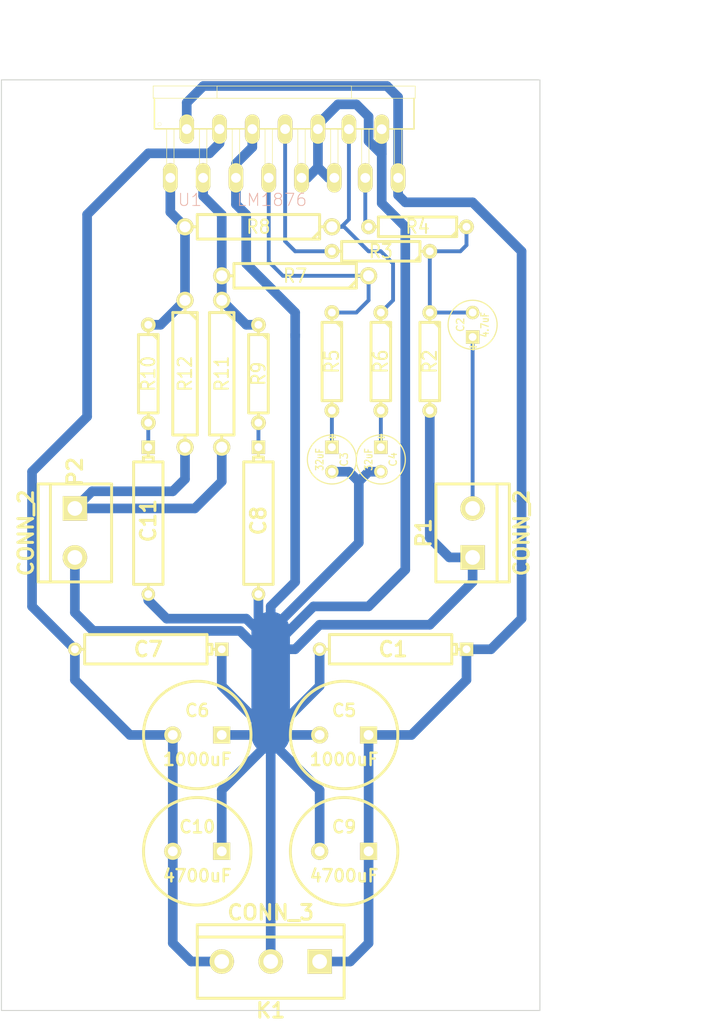
<source format=kicad_pcb>
(kicad_pcb (version 3) (host pcbnew "(2013-07-07 BZR 4022)-stable")

  (general
    (links 50)
    (no_connects 0)
    (area 179.0256 25.535 240.7094 118.5735)
    (thickness 1.6)
    (drawings 6)
    (tracks 156)
    (zones 0)
    (modules 26)
    (nets 17)
  )

  (page A3)
  (layers
    (15 F.Cu signal)
    (0 B.Cu signal)
    (16 B.Adhes user)
    (17 F.Adhes user)
    (18 B.Paste user)
    (19 F.Paste user)
    (20 B.SilkS user)
    (21 F.SilkS user)
    (22 B.Mask user)
    (23 F.Mask user)
    (24 Dwgs.User user)
    (25 Cmts.User user)
    (26 Eco1.User user)
    (27 Eco2.User user)
    (28 Edge.Cuts user)
  )

  (setup
    (last_trace_width 0.4)
    (user_trace_width 4)
    (trace_clearance 0.4)
    (zone_clearance 0.508)
    (zone_45_only no)
    (trace_min 0.254)
    (segment_width 0.2)
    (edge_width 0.1)
    (via_size 0.889)
    (via_drill 0.635)
    (via_min_size 0.889)
    (via_min_drill 0.508)
    (uvia_size 0.508)
    (uvia_drill 0.127)
    (uvias_allowed no)
    (uvia_min_size 0.508)
    (uvia_min_drill 0.127)
    (pcb_text_width 0.3)
    (pcb_text_size 1.5 1.5)
    (mod_edge_width 0.15)
    (mod_text_size 1 1)
    (mod_text_width 0.15)
    (pad_size 4.064 4.064)
    (pad_drill 3.048)
    (pad_to_mask_clearance 0)
    (aux_axis_origin 0 0)
    (visible_elements 7FFFFFFF)
    (pcbplotparams
      (layerselection 3178497)
      (usegerberextensions true)
      (excludeedgelayer true)
      (linewidth 0.150000)
      (plotframeref false)
      (viasonmask false)
      (mode 1)
      (useauxorigin false)
      (hpglpennumber 1)
      (hpglpenspeed 20)
      (hpglpendiameter 15)
      (hpglpenoverlay 2)
      (psnegative false)
      (psa4output false)
      (plotreference true)
      (plotvalue true)
      (plotothertext true)
      (plotinvisibletext false)
      (padsonsilk false)
      (subtractmaskfromsilk false)
      (outputformat 1)
      (mirror false)
      (drillshape 1)
      (scaleselection 1)
      (outputdirectory ""))
  )

  (net 0 "")
  (net 1 GND)
  (net 2 N-0000010)
  (net 3 N-0000011)
  (net 4 N-0000012)
  (net 5 N-0000013)
  (net 6 N-0000014)
  (net 7 N-0000015)
  (net 8 N-000003)
  (net 9 N-000004)
  (net 10 N-000005)
  (net 11 N-000006)
  (net 12 N-000007)
  (net 13 N-000008)
  (net 14 N-000009)
  (net 15 VDD)
  (net 16 VEE)

  (net_class Default "This is the default net class."
    (clearance 0.4)
    (trace_width 0.4)
    (via_dia 0.889)
    (via_drill 0.635)
    (uvia_dia 0.508)
    (uvia_drill 0.127)
    (add_net "")
    (add_net N-0000010)
    (add_net N-0000011)
    (add_net N-0000013)
    (add_net N-0000014)
    (add_net N-0000015)
    (add_net N-000003)
    (add_net N-000005)
    (add_net N-000006)
    (add_net N-000008)
    (add_net N-000009)
  )

  (net_class Output ""
    (clearance 0.4)
    (trace_width 1)
    (via_dia 0.889)
    (via_drill 0.635)
    (uvia_dia 0.508)
    (uvia_drill 0.127)
    (add_net N-0000012)
    (add_net N-000004)
    (add_net N-000007)
  )

  (net_class PWR ""
    (clearance 0.4)
    (trace_width 1)
    (via_dia 0.889)
    (via_drill 0.635)
    (uvia_dia 0.508)
    (uvia_drill 0.127)
    (add_net GND)
    (add_net VDD)
    (add_net VEE)
  )

  (module bornier3 (layer F.Cu) (tedit 3EC0ECFA) (tstamp 53B016E9)
    (at 213.36 116.84 180)
    (descr "Bornier d'alimentation 3 pins")
    (tags DEV)
    (path /53AF20F1)
    (fp_text reference K1 (at 0 -5.08 180) (layer F.SilkS)
      (effects (font (size 1.524 1.524) (thickness 0.3048)))
    )
    (fp_text value CONN_3 (at 0 5.08 180) (layer F.SilkS)
      (effects (font (size 1.524 1.524) (thickness 0.3048)))
    )
    (fp_line (start -7.62 3.81) (end -7.62 -3.81) (layer F.SilkS) (width 0.3048))
    (fp_line (start 7.62 3.81) (end 7.62 -3.81) (layer F.SilkS) (width 0.3048))
    (fp_line (start -7.62 2.54) (end 7.62 2.54) (layer F.SilkS) (width 0.3048))
    (fp_line (start -7.62 -3.81) (end 7.62 -3.81) (layer F.SilkS) (width 0.3048))
    (fp_line (start -7.62 3.81) (end 7.62 3.81) (layer F.SilkS) (width 0.3048))
    (pad 1 thru_hole rect (at -5.08 0 180) (size 2.54 2.54) (drill 1.524)
      (layers *.Cu *.Mask F.SilkS)
      (net 15 VDD)
    )
    (pad 2 thru_hole circle (at 0 0 180) (size 2.54 2.54) (drill 1.524)
      (layers *.Cu *.Mask F.SilkS)
      (net 1 GND)
    )
    (pad 3 thru_hole circle (at 5.08 0 180) (size 2.54 2.54) (drill 1.524)
      (layers *.Cu *.Mask F.SilkS)
      (net 16 VEE)
    )
    (model device/bornier_3.wrl
      (at (xyz 0 0 0))
      (scale (xyz 1 1 1))
      (rotate (xyz 0 0 0))
    )
  )

  (module bornier2 (layer F.Cu) (tedit 53B04F64) (tstamp 53AF9CE3)
    (at 193.04 72.39 270)
    (descr "Bornier d'alimentation 2 pins")
    (tags DEV)
    (path /53AF2100)
    (fp_text reference P2 (at -6.35 0 270) (layer F.SilkS)
      (effects (font (size 1.524 1.524) (thickness 0.3048)))
    )
    (fp_text value CONN_2 (at 0 5.08 270) (layer F.SilkS)
      (effects (font (size 1.524 1.524) (thickness 0.3048)))
    )
    (fp_line (start 5.08 2.54) (end -5.08 2.54) (layer F.SilkS) (width 0.3048))
    (fp_line (start 5.08 3.81) (end 5.08 -3.81) (layer F.SilkS) (width 0.3048))
    (fp_line (start 5.08 -3.81) (end -5.08 -3.81) (layer F.SilkS) (width 0.3048))
    (fp_line (start -5.08 -3.81) (end -5.08 3.81) (layer F.SilkS) (width 0.3048))
    (fp_line (start -5.08 3.81) (end 5.08 3.81) (layer F.SilkS) (width 0.3048))
    (pad 1 thru_hole rect (at -2.54 0 270) (size 2.54 2.54) (drill 1.524)
      (layers *.Cu *.Mask F.SilkS)
      (net 8 N-000003)
    )
    (pad 2 thru_hole circle (at 2.54 0 270) (size 2.54 2.54) (drill 1.524)
      (layers *.Cu *.Mask F.SilkS)
      (net 1 GND)
    )
    (model device/bornier_2.wrl
      (at (xyz 0 0 0))
      (scale (xyz 1 1 1))
      (rotate (xyz 0 0 0))
    )
  )

  (module bornier2 (layer F.Cu) (tedit 3EC0ED69) (tstamp 53AF9CEE)
    (at 234.315 72.39 90)
    (descr "Bornier d'alimentation 2 pins")
    (tags DEV)
    (path /53AF210F)
    (fp_text reference P1 (at 0 -5.08 90) (layer F.SilkS)
      (effects (font (size 1.524 1.524) (thickness 0.3048)))
    )
    (fp_text value CONN_2 (at 0 5.08 90) (layer F.SilkS)
      (effects (font (size 1.524 1.524) (thickness 0.3048)))
    )
    (fp_line (start 5.08 2.54) (end -5.08 2.54) (layer F.SilkS) (width 0.3048))
    (fp_line (start 5.08 3.81) (end 5.08 -3.81) (layer F.SilkS) (width 0.3048))
    (fp_line (start 5.08 -3.81) (end -5.08 -3.81) (layer F.SilkS) (width 0.3048))
    (fp_line (start -5.08 -3.81) (end -5.08 3.81) (layer F.SilkS) (width 0.3048))
    (fp_line (start -5.08 3.81) (end 5.08 3.81) (layer F.SilkS) (width 0.3048))
    (pad 1 thru_hole rect (at -2.54 0 90) (size 2.54 2.54) (drill 1.524)
      (layers *.Cu *.Mask F.SilkS)
      (net 1 GND)
    )
    (pad 2 thru_hole circle (at 2.54 0 90) (size 2.54 2.54) (drill 1.524)
      (layers *.Cu *.Mask F.SilkS)
      (net 9 N-000004)
    )
    (model device/bornier_2.wrl
      (at (xyz 0 0 0))
      (scale (xyz 1 1 1))
      (rotate (xyz 0 0 0))
    )
  )

  (module R6 (layer F.Cu) (tedit 200000) (tstamp 53AFDEAF)
    (at 204.47 55.88 270)
    (descr "Resistance 6 pas")
    (tags R)
    (path /53AF1A3F)
    (autoplace_cost180 10)
    (fp_text reference R12 (at 0 0 270) (layer F.SilkS)
      (effects (font (size 1.397 1.27) (thickness 0.2032)))
    )
    (fp_text value 0.1R (at 0.254 0 270) (layer F.SilkS) hide
      (effects (font (size 1.397 1.27) (thickness 0.2032)))
    )
    (fp_line (start -6.35 -1.27) (end 6.35 -1.27) (layer F.SilkS) (width 0.3048))
    (fp_line (start 6.35 -1.27) (end 6.35 1.27) (layer F.SilkS) (width 0.3048))
    (fp_line (start 6.35 1.27) (end -6.35 1.27) (layer F.SilkS) (width 0.3048))
    (fp_line (start 6.35 0) (end 7.62 0) (layer F.SilkS) (width 0.3048))
    (fp_line (start -7.62 0) (end -6.35 0) (layer F.SilkS) (width 0.3048))
    (fp_line (start -6.35 -0.508) (end -5.588 -1.27) (layer F.SilkS) (width 0.3048))
    (fp_line (start -6.35 -1.27) (end -6.35 1.27) (layer F.SilkS) (width 0.3048))
    (pad 1 thru_hole circle (at -7.62 0 270) (size 1.778 1.778) (drill 1.143)
      (layers *.Cu *.Mask F.SilkS)
      (net 12 N-000007)
    )
    (pad 2 thru_hole circle (at 7.62 0 270) (size 1.778 1.778) (drill 1.143)
      (layers *.Cu *.Mask F.SilkS)
      (net 8 N-000003)
    )
    (model discret/resistor.wrl
      (at (xyz 0 0 0))
      (scale (xyz 0.6 0.6 0.6))
      (rotate (xyz 0 0 0))
    )
  )

  (module R6 (layer F.Cu) (tedit 200000) (tstamp 53AFDEBC)
    (at 208.28 55.88 270)
    (descr "Resistance 6 pas")
    (tags R)
    (path /53AF2095)
    (autoplace_cost180 10)
    (fp_text reference R11 (at 0 0 270) (layer F.SilkS)
      (effects (font (size 1.397 1.27) (thickness 0.2032)))
    )
    (fp_text value 0.1R (at 0.254 0 270) (layer F.SilkS) hide
      (effects (font (size 1.397 1.27) (thickness 0.2032)))
    )
    (fp_line (start -6.35 -1.27) (end 6.35 -1.27) (layer F.SilkS) (width 0.3048))
    (fp_line (start 6.35 -1.27) (end 6.35 1.27) (layer F.SilkS) (width 0.3048))
    (fp_line (start 6.35 1.27) (end -6.35 1.27) (layer F.SilkS) (width 0.3048))
    (fp_line (start 6.35 0) (end 7.62 0) (layer F.SilkS) (width 0.3048))
    (fp_line (start -7.62 0) (end -6.35 0) (layer F.SilkS) (width 0.3048))
    (fp_line (start -6.35 -0.508) (end -5.588 -1.27) (layer F.SilkS) (width 0.3048))
    (fp_line (start -6.35 -1.27) (end -6.35 1.27) (layer F.SilkS) (width 0.3048))
    (pad 1 thru_hole circle (at -7.62 0 270) (size 1.778 1.778) (drill 1.143)
      (layers *.Cu *.Mask F.SilkS)
      (net 4 N-0000012)
    )
    (pad 2 thru_hole circle (at 7.62 0 270) (size 1.778 1.778) (drill 1.143)
      (layers *.Cu *.Mask F.SilkS)
      (net 8 N-000003)
    )
    (model discret/resistor.wrl
      (at (xyz 0 0 0))
      (scale (xyz 0.6 0.6 0.6))
      (rotate (xyz 0 0 0))
    )
  )

  (module R4 (layer F.Cu) (tedit 200000) (tstamp 53B04B79)
    (at 224.79 54.61 270)
    (descr "Resitance 4 pas")
    (tags R)
    (path /53AF19FA)
    (autoplace_cost180 10)
    (fp_text reference R6 (at 0 0 270) (layer F.SilkS)
      (effects (font (size 1.397 1.27) (thickness 0.2032)))
    )
    (fp_text value 680R (at 0 0 270) (layer F.SilkS) hide
      (effects (font (size 1.397 1.27) (thickness 0.2032)))
    )
    (fp_line (start -5.08 0) (end -4.064 0) (layer F.SilkS) (width 0.3048))
    (fp_line (start -4.064 0) (end -4.064 -1.016) (layer F.SilkS) (width 0.3048))
    (fp_line (start -4.064 -1.016) (end 4.064 -1.016) (layer F.SilkS) (width 0.3048))
    (fp_line (start 4.064 -1.016) (end 4.064 1.016) (layer F.SilkS) (width 0.3048))
    (fp_line (start 4.064 1.016) (end -4.064 1.016) (layer F.SilkS) (width 0.3048))
    (fp_line (start -4.064 1.016) (end -4.064 0) (layer F.SilkS) (width 0.3048))
    (fp_line (start -4.064 -0.508) (end -3.556 -1.016) (layer F.SilkS) (width 0.3048))
    (fp_line (start 5.08 0) (end 4.064 0) (layer F.SilkS) (width 0.3048))
    (pad 1 thru_hole circle (at -5.08 0 270) (size 1.524 1.524) (drill 0.8128)
      (layers *.Cu *.Mask F.SilkS)
      (net 13 N-000008)
    )
    (pad 2 thru_hole circle (at 5.08 0 270) (size 1.524 1.524) (drill 0.8128)
      (layers *.Cu *.Mask F.SilkS)
      (net 10 N-000005)
    )
    (model discret/resistor.wrl
      (at (xyz 0 0 0))
      (scale (xyz 0.4 0.4 0.4))
      (rotate (xyz 0 0 0))
    )
  )

  (module R4 (layer F.Cu) (tedit 200000) (tstamp 53AFDEE6)
    (at 228.6 40.64 180)
    (descr "Resitance 4 pas")
    (tags R)
    (path /53AF1A30)
    (autoplace_cost180 10)
    (fp_text reference R4 (at 0 0 180) (layer F.SilkS)
      (effects (font (size 1.397 1.27) (thickness 0.2032)))
    )
    (fp_text value 680R (at 0 0 180) (layer F.SilkS) hide
      (effects (font (size 1.397 1.27) (thickness 0.2032)))
    )
    (fp_line (start -5.08 0) (end -4.064 0) (layer F.SilkS) (width 0.3048))
    (fp_line (start -4.064 0) (end -4.064 -1.016) (layer F.SilkS) (width 0.3048))
    (fp_line (start -4.064 -1.016) (end 4.064 -1.016) (layer F.SilkS) (width 0.3048))
    (fp_line (start 4.064 -1.016) (end 4.064 1.016) (layer F.SilkS) (width 0.3048))
    (fp_line (start 4.064 1.016) (end -4.064 1.016) (layer F.SilkS) (width 0.3048))
    (fp_line (start -4.064 1.016) (end -4.064 0) (layer F.SilkS) (width 0.3048))
    (fp_line (start -4.064 -0.508) (end -3.556 -1.016) (layer F.SilkS) (width 0.3048))
    (fp_line (start 5.08 0) (end 4.064 0) (layer F.SilkS) (width 0.3048))
    (pad 1 thru_hole circle (at -5.08 0 180) (size 1.524 1.524) (drill 0.8128)
      (layers *.Cu *.Mask F.SilkS)
      (net 2 N-0000010)
    )
    (pad 2 thru_hole circle (at 5.08 0 180) (size 1.524 1.524) (drill 0.8128)
      (layers *.Cu *.Mask F.SilkS)
      (net 14 N-000009)
    )
    (model discret/resistor.wrl
      (at (xyz 0 0 0))
      (scale (xyz 0.4 0.4 0.4))
      (rotate (xyz 0 0 0))
    )
  )

  (module R4 (layer F.Cu) (tedit 200000) (tstamp 53AFDEF4)
    (at 229.87 54.61 270)
    (descr "Resitance 4 pas")
    (tags R)
    (path /53AF1ACA)
    (autoplace_cost180 10)
    (fp_text reference R2 (at 0 0 270) (layer F.SilkS)
      (effects (font (size 1.397 1.27) (thickness 0.2032)))
    )
    (fp_text value 22K (at 0 0 270) (layer F.SilkS) hide
      (effects (font (size 1.397 1.27) (thickness 0.2032)))
    )
    (fp_line (start -5.08 0) (end -4.064 0) (layer F.SilkS) (width 0.3048))
    (fp_line (start -4.064 0) (end -4.064 -1.016) (layer F.SilkS) (width 0.3048))
    (fp_line (start -4.064 -1.016) (end 4.064 -1.016) (layer F.SilkS) (width 0.3048))
    (fp_line (start 4.064 -1.016) (end 4.064 1.016) (layer F.SilkS) (width 0.3048))
    (fp_line (start 4.064 1.016) (end -4.064 1.016) (layer F.SilkS) (width 0.3048))
    (fp_line (start -4.064 1.016) (end -4.064 0) (layer F.SilkS) (width 0.3048))
    (fp_line (start -4.064 -0.508) (end -3.556 -1.016) (layer F.SilkS) (width 0.3048))
    (fp_line (start 5.08 0) (end 4.064 0) (layer F.SilkS) (width 0.3048))
    (pad 1 thru_hole circle (at -5.08 0 270) (size 1.524 1.524) (drill 0.8128)
      (layers *.Cu *.Mask F.SilkS)
      (net 2 N-0000010)
    )
    (pad 2 thru_hole circle (at 5.08 0 270) (size 1.524 1.524) (drill 0.8128)
      (layers *.Cu *.Mask F.SilkS)
      (net 1 GND)
    )
    (model discret/resistor.wrl
      (at (xyz 0 0 0))
      (scale (xyz 0.4 0.4 0.4))
      (rotate (xyz 0 0 0))
    )
  )

  (module R4 (layer F.Cu) (tedit 200000) (tstamp 53AFDF02)
    (at 200.66 55.88 270)
    (descr "Resitance 4 pas")
    (tags R)
    (path /53AF1C0D)
    (autoplace_cost180 10)
    (fp_text reference R10 (at 0 0 270) (layer F.SilkS)
      (effects (font (size 1.397 1.27) (thickness 0.2032)))
    )
    (fp_text value 4.7R (at 0 0 270) (layer F.SilkS) hide
      (effects (font (size 1.397 1.27) (thickness 0.2032)))
    )
    (fp_line (start -5.08 0) (end -4.064 0) (layer F.SilkS) (width 0.3048))
    (fp_line (start -4.064 0) (end -4.064 -1.016) (layer F.SilkS) (width 0.3048))
    (fp_line (start -4.064 -1.016) (end 4.064 -1.016) (layer F.SilkS) (width 0.3048))
    (fp_line (start 4.064 -1.016) (end 4.064 1.016) (layer F.SilkS) (width 0.3048))
    (fp_line (start 4.064 1.016) (end -4.064 1.016) (layer F.SilkS) (width 0.3048))
    (fp_line (start -4.064 1.016) (end -4.064 0) (layer F.SilkS) (width 0.3048))
    (fp_line (start -4.064 -0.508) (end -3.556 -1.016) (layer F.SilkS) (width 0.3048))
    (fp_line (start 5.08 0) (end 4.064 0) (layer F.SilkS) (width 0.3048))
    (pad 1 thru_hole circle (at -5.08 0 270) (size 1.524 1.524) (drill 0.8128)
      (layers *.Cu *.Mask F.SilkS)
      (net 12 N-000007)
    )
    (pad 2 thru_hole circle (at 5.08 0 270) (size 1.524 1.524) (drill 0.8128)
      (layers *.Cu *.Mask F.SilkS)
      (net 11 N-000006)
    )
    (model discret/resistor.wrl
      (at (xyz 0 0 0))
      (scale (xyz 0.4 0.4 0.4))
      (rotate (xyz 0 0 0))
    )
  )

  (module R4 (layer F.Cu) (tedit 200000) (tstamp 53AFDF10)
    (at 219.71 54.61 270)
    (descr "Resitance 4 pas")
    (tags R)
    (path /53AF2083)
    (autoplace_cost180 10)
    (fp_text reference R5 (at 0 0 270) (layer F.SilkS)
      (effects (font (size 1.397 1.27) (thickness 0.2032)))
    )
    (fp_text value 680R (at 0 0 270) (layer F.SilkS) hide
      (effects (font (size 1.397 1.27) (thickness 0.2032)))
    )
    (fp_line (start -5.08 0) (end -4.064 0) (layer F.SilkS) (width 0.3048))
    (fp_line (start -4.064 0) (end -4.064 -1.016) (layer F.SilkS) (width 0.3048))
    (fp_line (start -4.064 -1.016) (end 4.064 -1.016) (layer F.SilkS) (width 0.3048))
    (fp_line (start 4.064 -1.016) (end 4.064 1.016) (layer F.SilkS) (width 0.3048))
    (fp_line (start 4.064 1.016) (end -4.064 1.016) (layer F.SilkS) (width 0.3048))
    (fp_line (start -4.064 1.016) (end -4.064 0) (layer F.SilkS) (width 0.3048))
    (fp_line (start -4.064 -0.508) (end -3.556 -1.016) (layer F.SilkS) (width 0.3048))
    (fp_line (start 5.08 0) (end 4.064 0) (layer F.SilkS) (width 0.3048))
    (pad 1 thru_hole circle (at -5.08 0 270) (size 1.524 1.524) (drill 0.8128)
      (layers *.Cu *.Mask F.SilkS)
      (net 6 N-0000014)
    )
    (pad 2 thru_hole circle (at 5.08 0 270) (size 1.524 1.524) (drill 0.8128)
      (layers *.Cu *.Mask F.SilkS)
      (net 5 N-0000013)
    )
    (model discret/resistor.wrl
      (at (xyz 0 0 0))
      (scale (xyz 0.4 0.4 0.4))
      (rotate (xyz 0 0 0))
    )
  )

  (module R4 (layer F.Cu) (tedit 200000) (tstamp 53AFDF2C)
    (at 224.79 43.18 180)
    (descr "Resitance 4 pas")
    (tags R)
    (path /53AF208F)
    (autoplace_cost180 10)
    (fp_text reference R3 (at 0 0 180) (layer F.SilkS)
      (effects (font (size 1.397 1.27) (thickness 0.2032)))
    )
    (fp_text value 680R (at 0 0 180) (layer F.SilkS) hide
      (effects (font (size 1.397 1.27) (thickness 0.2032)))
    )
    (fp_line (start -5.08 0) (end -4.064 0) (layer F.SilkS) (width 0.3048))
    (fp_line (start -4.064 0) (end -4.064 -1.016) (layer F.SilkS) (width 0.3048))
    (fp_line (start -4.064 -1.016) (end 4.064 -1.016) (layer F.SilkS) (width 0.3048))
    (fp_line (start 4.064 -1.016) (end 4.064 1.016) (layer F.SilkS) (width 0.3048))
    (fp_line (start 4.064 1.016) (end -4.064 1.016) (layer F.SilkS) (width 0.3048))
    (fp_line (start -4.064 1.016) (end -4.064 0) (layer F.SilkS) (width 0.3048))
    (fp_line (start -4.064 -0.508) (end -3.556 -1.016) (layer F.SilkS) (width 0.3048))
    (fp_line (start 5.08 0) (end 4.064 0) (layer F.SilkS) (width 0.3048))
    (pad 1 thru_hole circle (at -5.08 0 180) (size 1.524 1.524) (drill 0.8128)
      (layers *.Cu *.Mask F.SilkS)
      (net 2 N-0000010)
    )
    (pad 2 thru_hole circle (at 5.08 0 180) (size 1.524 1.524) (drill 0.8128)
      (layers *.Cu *.Mask F.SilkS)
      (net 7 N-0000015)
    )
    (model discret/resistor.wrl
      (at (xyz 0 0 0))
      (scale (xyz 0.4 0.4 0.4))
      (rotate (xyz 0 0 0))
    )
  )

  (module R4 (layer F.Cu) (tedit 200000) (tstamp 53AFDF48)
    (at 212.09 55.88 270)
    (descr "Resitance 4 pas")
    (tags R)
    (path /53AF20AD)
    (autoplace_cost180 10)
    (fp_text reference R9 (at 0 0 270) (layer F.SilkS)
      (effects (font (size 1.397 1.27) (thickness 0.2032)))
    )
    (fp_text value 4.7R (at 0 0 270) (layer F.SilkS) hide
      (effects (font (size 1.397 1.27) (thickness 0.2032)))
    )
    (fp_line (start -5.08 0) (end -4.064 0) (layer F.SilkS) (width 0.3048))
    (fp_line (start -4.064 0) (end -4.064 -1.016) (layer F.SilkS) (width 0.3048))
    (fp_line (start -4.064 -1.016) (end 4.064 -1.016) (layer F.SilkS) (width 0.3048))
    (fp_line (start 4.064 -1.016) (end 4.064 1.016) (layer F.SilkS) (width 0.3048))
    (fp_line (start 4.064 1.016) (end -4.064 1.016) (layer F.SilkS) (width 0.3048))
    (fp_line (start -4.064 1.016) (end -4.064 0) (layer F.SilkS) (width 0.3048))
    (fp_line (start -4.064 -0.508) (end -3.556 -1.016) (layer F.SilkS) (width 0.3048))
    (fp_line (start 5.08 0) (end 4.064 0) (layer F.SilkS) (width 0.3048))
    (pad 1 thru_hole circle (at -5.08 0 270) (size 1.524 1.524) (drill 0.8128)
      (layers *.Cu *.Mask F.SilkS)
      (net 4 N-0000012)
    )
    (pad 2 thru_hole circle (at 5.08 0 270) (size 1.524 1.524) (drill 0.8128)
      (layers *.Cu *.Mask F.SilkS)
      (net 3 N-0000011)
    )
    (model discret/resistor.wrl
      (at (xyz 0 0 0))
      (scale (xyz 0.4 0.4 0.4))
      (rotate (xyz 0 0 0))
    )
  )

  (module CP6 (layer F.Cu) (tedit 200000) (tstamp 53B04D3A)
    (at 200.66 71.12 270)
    (descr "Condensateur polarise")
    (tags CP)
    (path /53AF1C2B)
    (fp_text reference C11 (at 0 0 270) (layer F.SilkS)
      (effects (font (size 1.524 1.524) (thickness 0.3048)))
    )
    (fp_text value 0.1uF (at 0.635 0 270) (layer F.SilkS) hide
      (effects (font (size 1.524 1.524) (thickness 0.3048)))
    )
    (fp_line (start -7.62 0) (end -6.604 0) (layer F.SilkS) (width 0.3048))
    (fp_line (start -6.096 0.508) (end -6.604 0.508) (layer F.SilkS) (width 0.3048))
    (fp_line (start -6.604 0.508) (end -6.604 -0.508) (layer F.SilkS) (width 0.3048))
    (fp_line (start -6.604 -0.508) (end -6.096 -0.508) (layer F.SilkS) (width 0.3048))
    (fp_line (start 7.62 0) (end 6.604 0) (layer F.SilkS) (width 0.3048))
    (fp_line (start 6.604 0) (end 6.604 -1.524) (layer F.SilkS) (width 0.3048))
    (fp_line (start 6.604 -1.524) (end -6.096 -1.524) (layer F.SilkS) (width 0.3048))
    (fp_line (start -6.096 -1.524) (end -6.096 1.524) (layer F.SilkS) (width 0.3048))
    (fp_line (start -6.096 1.524) (end 6.604 1.524) (layer F.SilkS) (width 0.3048))
    (fp_line (start 6.604 1.524) (end 6.604 0) (layer F.SilkS) (width 0.3048))
    (pad 1 thru_hole rect (at -7.62 0 270) (size 1.397 1.397) (drill 0.8128)
      (layers *.Cu *.Mask F.SilkS)
      (net 11 N-000006)
    )
    (pad 2 thru_hole circle (at 7.62 0 270) (size 1.397 1.397) (drill 0.8128)
      (layers *.Cu *.Mask F.SilkS)
      (net 1 GND)
    )
    (model discret/c_pol.wrl
      (at (xyz 0 0 0))
      (scale (xyz 0.6 0.6 0.6))
      (rotate (xyz 0 0 0))
    )
  )

  (module CP6 (layer F.Cu) (tedit 200000) (tstamp 53B012E0)
    (at 212.09 71.12 270)
    (descr "Condensateur polarise")
    (tags CP)
    (path /53AF20B3)
    (fp_text reference C8 (at 0 0 270) (layer F.SilkS)
      (effects (font (size 1.524 1.524) (thickness 0.3048)))
    )
    (fp_text value 0.1uF (at 0.635 0 270) (layer F.SilkS) hide
      (effects (font (size 1.524 1.524) (thickness 0.3048)))
    )
    (fp_line (start -7.62 0) (end -6.604 0) (layer F.SilkS) (width 0.3048))
    (fp_line (start -6.096 0.508) (end -6.604 0.508) (layer F.SilkS) (width 0.3048))
    (fp_line (start -6.604 0.508) (end -6.604 -0.508) (layer F.SilkS) (width 0.3048))
    (fp_line (start -6.604 -0.508) (end -6.096 -0.508) (layer F.SilkS) (width 0.3048))
    (fp_line (start 7.62 0) (end 6.604 0) (layer F.SilkS) (width 0.3048))
    (fp_line (start 6.604 0) (end 6.604 -1.524) (layer F.SilkS) (width 0.3048))
    (fp_line (start 6.604 -1.524) (end -6.096 -1.524) (layer F.SilkS) (width 0.3048))
    (fp_line (start -6.096 -1.524) (end -6.096 1.524) (layer F.SilkS) (width 0.3048))
    (fp_line (start -6.096 1.524) (end 6.604 1.524) (layer F.SilkS) (width 0.3048))
    (fp_line (start 6.604 1.524) (end 6.604 0) (layer F.SilkS) (width 0.3048))
    (pad 1 thru_hole rect (at -7.62 0 270) (size 1.397 1.397) (drill 0.8128)
      (layers *.Cu *.Mask F.SilkS)
      (net 3 N-0000011)
    )
    (pad 2 thru_hole circle (at 7.62 0 270) (size 1.397 1.397) (drill 0.8128)
      (layers *.Cu *.Mask F.SilkS)
      (net 1 GND)
    )
    (model discret/c_pol.wrl
      (at (xyz 0 0 0))
      (scale (xyz 0.6 0.6 0.6))
      (rotate (xyz 0 0 0))
    )
  )

  (module CP6 (layer F.Cu) (tedit 200000) (tstamp 53B012F0)
    (at 200.66 84.455 180)
    (descr "Condensateur polarise")
    (tags CP)
    (path /53AF2F50)
    (fp_text reference C7 (at 0 0 180) (layer F.SilkS)
      (effects (font (size 1.524 1.524) (thickness 0.3048)))
    )
    (fp_text value 0.1uF (at 0.635 0 180) (layer F.SilkS) hide
      (effects (font (size 1.524 1.524) (thickness 0.3048)))
    )
    (fp_line (start -7.62 0) (end -6.604 0) (layer F.SilkS) (width 0.3048))
    (fp_line (start -6.096 0.508) (end -6.604 0.508) (layer F.SilkS) (width 0.3048))
    (fp_line (start -6.604 0.508) (end -6.604 -0.508) (layer F.SilkS) (width 0.3048))
    (fp_line (start -6.604 -0.508) (end -6.096 -0.508) (layer F.SilkS) (width 0.3048))
    (fp_line (start 7.62 0) (end 6.604 0) (layer F.SilkS) (width 0.3048))
    (fp_line (start 6.604 0) (end 6.604 -1.524) (layer F.SilkS) (width 0.3048))
    (fp_line (start 6.604 -1.524) (end -6.096 -1.524) (layer F.SilkS) (width 0.3048))
    (fp_line (start -6.096 -1.524) (end -6.096 1.524) (layer F.SilkS) (width 0.3048))
    (fp_line (start -6.096 1.524) (end 6.604 1.524) (layer F.SilkS) (width 0.3048))
    (fp_line (start 6.604 1.524) (end 6.604 0) (layer F.SilkS) (width 0.3048))
    (pad 1 thru_hole rect (at -7.62 0 180) (size 1.397 1.397) (drill 0.8128)
      (layers *.Cu *.Mask F.SilkS)
      (net 1 GND)
    )
    (pad 2 thru_hole circle (at 7.62 0 180) (size 1.397 1.397) (drill 0.8128)
      (layers *.Cu *.Mask F.SilkS)
      (net 16 VEE)
    )
    (model discret/c_pol.wrl
      (at (xyz 0 0 0))
      (scale (xyz 0.6 0.6 0.6))
      (rotate (xyz 0 0 0))
    )
  )

  (module CP6 (layer F.Cu) (tedit 200000) (tstamp 53B01300)
    (at 226.06 84.455 180)
    (descr "Condensateur polarise")
    (tags CP)
    (path /53AF30B8)
    (fp_text reference C1 (at 0 0 180) (layer F.SilkS)
      (effects (font (size 1.524 1.524) (thickness 0.3048)))
    )
    (fp_text value 0.1uF (at 0.635 0 180) (layer F.SilkS) hide
      (effects (font (size 1.524 1.524) (thickness 0.3048)))
    )
    (fp_line (start -7.62 0) (end -6.604 0) (layer F.SilkS) (width 0.3048))
    (fp_line (start -6.096 0.508) (end -6.604 0.508) (layer F.SilkS) (width 0.3048))
    (fp_line (start -6.604 0.508) (end -6.604 -0.508) (layer F.SilkS) (width 0.3048))
    (fp_line (start -6.604 -0.508) (end -6.096 -0.508) (layer F.SilkS) (width 0.3048))
    (fp_line (start 7.62 0) (end 6.604 0) (layer F.SilkS) (width 0.3048))
    (fp_line (start 6.604 0) (end 6.604 -1.524) (layer F.SilkS) (width 0.3048))
    (fp_line (start 6.604 -1.524) (end -6.096 -1.524) (layer F.SilkS) (width 0.3048))
    (fp_line (start -6.096 -1.524) (end -6.096 1.524) (layer F.SilkS) (width 0.3048))
    (fp_line (start -6.096 1.524) (end 6.604 1.524) (layer F.SilkS) (width 0.3048))
    (fp_line (start 6.604 1.524) (end 6.604 0) (layer F.SilkS) (width 0.3048))
    (pad 1 thru_hole rect (at -7.62 0 180) (size 1.397 1.397) (drill 0.8128)
      (layers *.Cu *.Mask F.SilkS)
      (net 15 VDD)
    )
    (pad 2 thru_hole circle (at 7.62 0 180) (size 1.397 1.397) (drill 0.8128)
      (layers *.Cu *.Mask F.SilkS)
      (net 1 GND)
    )
    (model discret/c_pol.wrl
      (at (xyz 0 0 0))
      (scale (xyz 0.6 0.6 0.6))
      (rotate (xyz 0 0 0))
    )
  )

  (module C2V10 (layer F.Cu) (tedit 41854742) (tstamp 53B0132A)
    (at 205.74 93.345 180)
    (descr "Condensateur polarise")
    (tags CP)
    (path /53AF272A)
    (fp_text reference C6 (at 0 2.54 180) (layer F.SilkS)
      (effects (font (size 1.27 1.27) (thickness 0.254)))
    )
    (fp_text value 1000uF (at 0 -2.54 180) (layer F.SilkS)
      (effects (font (size 1.27 1.27) (thickness 0.254)))
    )
    (fp_circle (center 0 0) (end 4.826 -2.794) (layer F.SilkS) (width 0.3048))
    (pad 1 thru_hole rect (at -2.54 0 180) (size 1.778 1.778) (drill 1.016)
      (layers *.Cu *.Mask F.SilkS)
      (net 1 GND)
    )
    (pad 2 thru_hole circle (at 2.54 0 180) (size 1.778 1.778) (drill 1.016)
      (layers *.Cu *.Mask F.SilkS)
      (net 16 VEE)
    )
    (model discret/c_vert_c2v10.wrl
      (at (xyz 0 0 0))
      (scale (xyz 1 1 1))
      (rotate (xyz 0 0 0))
    )
  )

  (module C2V10 (layer F.Cu) (tedit 41854742) (tstamp 53B01331)
    (at 220.98 93.345 180)
    (descr "Condensateur polarise")
    (tags CP)
    (path /53AF2739)
    (fp_text reference C5 (at 0 2.54 180) (layer F.SilkS)
      (effects (font (size 1.27 1.27) (thickness 0.254)))
    )
    (fp_text value 1000uF (at 0 -2.54 180) (layer F.SilkS)
      (effects (font (size 1.27 1.27) (thickness 0.254)))
    )
    (fp_circle (center 0 0) (end 4.826 -2.794) (layer F.SilkS) (width 0.3048))
    (pad 1 thru_hole rect (at -2.54 0 180) (size 1.778 1.778) (drill 1.016)
      (layers *.Cu *.Mask F.SilkS)
      (net 15 VDD)
    )
    (pad 2 thru_hole circle (at 2.54 0 180) (size 1.778 1.778) (drill 1.016)
      (layers *.Cu *.Mask F.SilkS)
      (net 1 GND)
    )
    (model discret/c_vert_c2v10.wrl
      (at (xyz 0 0 0))
      (scale (xyz 1 1 1))
      (rotate (xyz 0 0 0))
    )
  )

  (module C2V10 (layer F.Cu) (tedit 41854742) (tstamp 53B015E6)
    (at 220.98 105.41 180)
    (descr "Condensateur polarise")
    (tags CP)
    (path /53AF265C)
    (fp_text reference C9 (at 0 2.54 180) (layer F.SilkS)
      (effects (font (size 1.27 1.27) (thickness 0.254)))
    )
    (fp_text value 4700uF (at 0 -2.54 180) (layer F.SilkS)
      (effects (font (size 1.27 1.27) (thickness 0.254)))
    )
    (fp_circle (center 0 0) (end 4.826 -2.794) (layer F.SilkS) (width 0.3048))
    (pad 1 thru_hole rect (at -2.54 0 180) (size 1.778 1.778) (drill 1.016)
      (layers *.Cu *.Mask F.SilkS)
      (net 15 VDD)
    )
    (pad 2 thru_hole circle (at 2.54 0 180) (size 1.778 1.778) (drill 1.016)
      (layers *.Cu *.Mask F.SilkS)
      (net 1 GND)
    )
    (model discret/c_vert_c2v10.wrl
      (at (xyz 0 0 0))
      (scale (xyz 1 1 1))
      (rotate (xyz 0 0 0))
    )
  )

  (module C2V10 (layer F.Cu) (tedit 41854742) (tstamp 53B015ED)
    (at 205.74 105.41 180)
    (descr "Condensateur polarise")
    (tags CP)
    (path /53AF266B)
    (fp_text reference C10 (at 0 2.54 180) (layer F.SilkS)
      (effects (font (size 1.27 1.27) (thickness 0.254)))
    )
    (fp_text value 4700uF (at 0 -2.54 180) (layer F.SilkS)
      (effects (font (size 1.27 1.27) (thickness 0.254)))
    )
    (fp_circle (center 0 0) (end 4.826 -2.794) (layer F.SilkS) (width 0.3048))
    (pad 1 thru_hole rect (at -2.54 0 180) (size 1.778 1.778) (drill 1.016)
      (layers *.Cu *.Mask F.SilkS)
      (net 1 GND)
    )
    (pad 2 thru_hole circle (at 2.54 0 180) (size 1.778 1.778) (drill 1.016)
      (layers *.Cu *.Mask F.SilkS)
      (net 16 VEE)
    )
    (model discret/c_vert_c2v10.wrl
      (at (xyz 0 0 0))
      (scale (xyz 1 1 1))
      (rotate (xyz 0 0 0))
    )
  )

  (module lmopamp-LM1876 (layer F.Cu) (tedit 53B03E96) (tstamp 53AF9C20)
    (at 213.995 33.655)
    (path /527DD19C)
    (attr virtual)
    (fp_text reference U1 (at -9.017 4.191) (layer B.SilkS)
      (effects (font (size 1.27 1.27) (thickness 0.0889)))
    )
    (fp_text value LM1876 (at -0.508 4.191) (layer B.SilkS)
      (effects (font (size 1.27 1.27) (thickness 0.0889)))
    )
    (fp_line (start -12.827 -6.35) (end 7.747 -6.35) (layer F.SilkS) (width 0.06604))
    (fp_line (start 7.747 -6.35) (end 7.747 -7.62) (layer F.SilkS) (width 0.06604))
    (fp_line (start -12.827 -7.62) (end 7.747 -7.62) (layer F.SilkS) (width 0.06604))
    (fp_line (start -12.827 -6.35) (end -12.827 -7.62) (layer F.SilkS) (width 0.06604))
    (fp_line (start -11.43 0.635) (end -10.668 0.635) (layer F.SilkS) (width 0.06604))
    (fp_line (start -10.668 0.635) (end -10.668 -3.175) (layer F.SilkS) (width 0.06604))
    (fp_line (start -11.43 -3.175) (end -10.668 -3.175) (layer F.SilkS) (width 0.06604))
    (fp_line (start -11.43 0.635) (end -11.43 -3.175) (layer F.SilkS) (width 0.06604))
    (fp_line (start -8.0264 0.635) (end -7.26186 0.635) (layer F.SilkS) (width 0.06604))
    (fp_line (start -7.26186 0.635) (end -7.26186 -3.175) (layer F.SilkS) (width 0.06604))
    (fp_line (start -8.0264 -3.175) (end -7.26186 -3.175) (layer F.SilkS) (width 0.06604))
    (fp_line (start -8.0264 0.635) (end -8.0264 -3.175) (layer F.SilkS) (width 0.06604))
    (fp_line (start -4.6228 0.635) (end -3.8608 0.635) (layer F.SilkS) (width 0.06604))
    (fp_line (start -3.8608 0.635) (end -3.8608 -3.175) (layer F.SilkS) (width 0.06604))
    (fp_line (start -4.6228 -3.175) (end -3.8608 -3.175) (layer F.SilkS) (width 0.06604))
    (fp_line (start -4.6228 0.635) (end -4.6228 -3.175) (layer F.SilkS) (width 0.06604))
    (fp_line (start -1.2192 0.635) (end -0.4572 0.635) (layer F.SilkS) (width 0.06604))
    (fp_line (start -0.4572 0.635) (end -0.4572 -3.175) (layer F.SilkS) (width 0.06604))
    (fp_line (start -1.2192 -3.175) (end -0.4572 -3.175) (layer F.SilkS) (width 0.06604))
    (fp_line (start -1.2192 0.635) (end -1.2192 -3.175) (layer F.SilkS) (width 0.06604))
    (fp_line (start 2.18186 0.635) (end 2.9464 0.635) (layer F.SilkS) (width 0.06604))
    (fp_line (start 2.9464 0.635) (end 2.9464 -3.175) (layer F.SilkS) (width 0.06604))
    (fp_line (start 2.18186 -3.175) (end 2.9464 -3.175) (layer F.SilkS) (width 0.06604))
    (fp_line (start 2.18186 0.635) (end 2.18186 -3.175) (layer F.SilkS) (width 0.06604))
    (fp_line (start 5.588 0.635) (end 6.35 0.635) (layer F.SilkS) (width 0.06604))
    (fp_line (start 6.35 0.635) (end 6.35 -3.175) (layer F.SilkS) (width 0.06604))
    (fp_line (start 5.588 -3.175) (end 6.35 -3.175) (layer F.SilkS) (width 0.06604))
    (fp_line (start 5.588 0.635) (end 5.588 -3.175) (layer F.SilkS) (width 0.06604))
    (fp_line (start 5.588 2.032) (end 6.35 2.032) (layer F.SilkS) (width 0.06604))
    (fp_line (start 6.35 2.032) (end 6.35 0.635) (layer F.SilkS) (width 0.06604))
    (fp_line (start 5.588 0.635) (end 6.35 0.635) (layer F.SilkS) (width 0.06604))
    (fp_line (start 5.588 2.032) (end 5.588 0.635) (layer F.SilkS) (width 0.06604))
    (fp_line (start 2.18186 2.032) (end 2.9464 2.032) (layer F.SilkS) (width 0.06604))
    (fp_line (start 2.9464 2.032) (end 2.9464 0.635) (layer F.SilkS) (width 0.06604))
    (fp_line (start 2.18186 0.635) (end 2.9464 0.635) (layer F.SilkS) (width 0.06604))
    (fp_line (start 2.18186 2.032) (end 2.18186 0.635) (layer F.SilkS) (width 0.06604))
    (fp_line (start -1.2192 2.032) (end -0.4572 2.032) (layer F.SilkS) (width 0.06604))
    (fp_line (start -0.4572 2.032) (end -0.4572 0.635) (layer F.SilkS) (width 0.06604))
    (fp_line (start -1.2192 0.635) (end -0.4572 0.635) (layer F.SilkS) (width 0.06604))
    (fp_line (start -1.2192 2.032) (end -1.2192 0.635) (layer F.SilkS) (width 0.06604))
    (fp_line (start -4.6228 2.032) (end -3.8608 2.032) (layer F.SilkS) (width 0.06604))
    (fp_line (start -3.8608 2.032) (end -3.8608 0.635) (layer F.SilkS) (width 0.06604))
    (fp_line (start -4.6228 0.635) (end -3.8608 0.635) (layer F.SilkS) (width 0.06604))
    (fp_line (start -4.6228 2.032) (end -4.6228 0.635) (layer F.SilkS) (width 0.06604))
    (fp_line (start -8.0264 2.032) (end -7.26186 2.032) (layer F.SilkS) (width 0.06604))
    (fp_line (start -7.26186 2.032) (end -7.26186 0.635) (layer F.SilkS) (width 0.06604))
    (fp_line (start -8.0264 0.635) (end -7.26186 0.635) (layer F.SilkS) (width 0.06604))
    (fp_line (start -8.0264 2.032) (end -8.0264 0.635) (layer F.SilkS) (width 0.06604))
    (fp_line (start -11.43 2.032) (end -10.668 2.032) (layer F.SilkS) (width 0.06604))
    (fp_line (start -10.668 2.032) (end -10.668 0.635) (layer F.SilkS) (width 0.06604))
    (fp_line (start -11.43 0.635) (end -10.668 0.635) (layer F.SilkS) (width 0.06604))
    (fp_line (start -11.43 2.032) (end -11.43 0.635) (layer F.SilkS) (width 0.06604))
    (fp_line (start -6.20522 -6.33984) (end 14.36624 -6.33984) (layer F.SilkS) (width 0.06604))
    (fp_line (start 14.36624 -6.33984) (end 14.36624 -7.60984) (layer F.SilkS) (width 0.06604))
    (fp_line (start -6.20522 -7.60984) (end 14.36624 -7.60984) (layer F.SilkS) (width 0.06604))
    (fp_line (start -6.20522 -6.33984) (end -6.20522 -7.60984) (layer F.SilkS) (width 0.06604))
    (fp_line (start 8.80364 0.64262) (end 9.56564 0.64262) (layer F.SilkS) (width 0.06604))
    (fp_line (start 9.56564 0.64262) (end 9.56564 -3.16484) (layer F.SilkS) (width 0.06604))
    (fp_line (start 8.80364 -3.16484) (end 9.56564 -3.16484) (layer F.SilkS) (width 0.06604))
    (fp_line (start 8.80364 0.64262) (end 8.80364 -3.16484) (layer F.SilkS) (width 0.06604))
    (fp_line (start 12.20724 0.64262) (end 12.96924 0.64262) (layer F.SilkS) (width 0.06604))
    (fp_line (start 12.96924 0.64262) (end 12.96924 -3.16484) (layer F.SilkS) (width 0.06604))
    (fp_line (start 12.20724 -3.16484) (end 12.96924 -3.16484) (layer F.SilkS) (width 0.06604))
    (fp_line (start 12.20724 0.64262) (end 12.20724 -3.16484) (layer F.SilkS) (width 0.06604))
    (fp_line (start 12.20724 2.03962) (end 12.96924 2.03962) (layer F.SilkS) (width 0.06604))
    (fp_line (start 12.96924 2.03962) (end 12.96924 0.64262) (layer F.SilkS) (width 0.06604))
    (fp_line (start 12.20724 0.64262) (end 12.96924 0.64262) (layer F.SilkS) (width 0.06604))
    (fp_line (start 12.20724 2.03962) (end 12.20724 0.64262) (layer F.SilkS) (width 0.06604))
    (fp_line (start 8.80364 2.03962) (end 9.56564 2.03962) (layer F.SilkS) (width 0.06604))
    (fp_line (start 9.56564 2.03962) (end 9.56564 0.64262) (layer F.SilkS) (width 0.06604))
    (fp_line (start 8.80364 0.64262) (end 9.56564 0.64262) (layer F.SilkS) (width 0.06604))
    (fp_line (start 8.80364 2.03962) (end 8.80364 0.64262) (layer F.SilkS) (width 0.06604))
    (fp_line (start 2.1082 -3.175) (end 3.0226 -3.175) (layer F.SilkS) (width 0.1524))
    (fp_line (start -1.29286 -3.175) (end -0.381 -3.175) (layer F.SilkS) (width 0.1524))
    (fp_line (start -4.699 -3.175) (end -3.7846 -3.175) (layer F.SilkS) (width 0.1524))
    (fp_line (start -8.1026 -3.175) (end -7.18566 -3.175) (layer F.SilkS) (width 0.1524))
    (fp_line (start -12.7 -6.35) (end -12.7 -3.175) (layer F.SilkS) (width 0.1524))
    (fp_line (start 5.5118 -3.175) (end 7.62 -3.175) (layer F.SilkS) (width 0.1524))
    (fp_line (start -10.5918 -3.175) (end -12.7 -3.175) (layer F.SilkS) (width 0.1524))
    (fp_line (start -10.5918 -3.175) (end -8.1026 -3.175) (layer F.SilkS) (width 0.1524))
    (fp_line (start -7.18566 -3.175) (end -4.699 -3.175) (layer F.SilkS) (width 0.1524))
    (fp_line (start -3.7846 -3.175) (end -1.29286 -3.175) (layer F.SilkS) (width 0.1524))
    (fp_line (start 2.1082 -3.175) (end -0.381 -3.175) (layer F.SilkS) (width 0.1524))
    (fp_line (start 5.5118 -3.175) (end 3.0226 -3.175) (layer F.SilkS) (width 0.1524))
    (fp_line (start 8.72744 -3.16484) (end 9.64184 -3.16484) (layer F.SilkS) (width 0.1524))
    (fp_line (start 14.23924 -6.33984) (end 14.23924 -3.16484) (layer F.SilkS) (width 0.1524))
    (fp_line (start 12.13104 -3.16484) (end 14.23924 -3.16484) (layer F.SilkS) (width 0.1524))
    (fp_line (start 8.72744 -3.16484) (end 6.23824 -3.16484) (layer F.SilkS) (width 0.1524))
    (fp_line (start 12.13104 -3.16484) (end 9.64184 -3.16484) (layer F.SilkS) (width 0.1524))
    (fp_circle (center -12.1666 -3.6576) (end -12.2936 -3.7846) (layer F.SilkS) (width 0.0254))
    (pad 1 thru_hole oval (at -11.049 1.905) (size 1.524 3.048) (drill 1.016)
      (layers *.Cu F.Paste F.SilkS F.Mask)
      (net 12 N-000007)
    )
    (pad 2 thru_hole oval (at -9.3472 -3.1496) (size 1.524 3.048) (drill 1.016)
      (layers *.Cu F.Paste F.SilkS F.Mask)
      (net 15 VDD)
    )
    (pad 3 thru_hole oval (at -7.6454 1.905) (size 1.524 3.048) (drill 1.016)
      (layers *.Cu F.Paste F.SilkS F.Mask)
      (net 4 N-0000012)
    )
    (pad 4 thru_hole oval (at -5.9436 -3.1496) (size 1.524 3.048) (drill 1.016)
      (layers *.Cu F.Paste F.SilkS F.Mask)
      (net 16 VEE)
    )
    (pad 5 thru_hole oval (at -4.2418 1.905) (size 1.524 3.048) (drill 1.016)
      (layers *.Cu F.Paste F.SilkS F.Mask)
      (net 1 GND)
    )
    (pad 6 thru_hole oval (at -2.54 -3.1496) (size 1.524 3.048) (drill 1.016)
      (layers *.Cu F.Paste F.SilkS F.Mask)
      (net 1 GND)
    )
    (pad 7 thru_hole oval (at -0.8382 1.905) (size 1.524 3.048) (drill 1.016)
      (layers *.Cu F.Paste F.SilkS F.Mask)
      (net 6 N-0000014)
    )
    (pad 8 thru_hole oval (at 0.8636 -3.1496) (size 1.524 3.048) (drill 1.016)
      (layers *.Cu F.Paste F.SilkS F.Mask)
      (net 7 N-0000015)
    )
    (pad 9 thru_hole oval (at 2.5654 1.905) (size 1.524 3.048) (drill 1.016)
      (layers *.Cu F.Paste F.SilkS F.Mask)
      (net 1 GND)
    )
    (pad 10 thru_hole oval (at 4.2672 -3.1496) (size 1.524 3.048) (drill 1.016)
      (layers *.Cu F.Paste F.SilkS F.Mask)
      (net 1 GND)
    )
    (pad 11 thru_hole oval (at 5.969 1.905) (size 1.524 3.048) (drill 1.016)
      (layers *.Cu F.Paste F.SilkS F.Mask)
      (net 1 GND)
    )
    (pad 13 thru_hole oval (at 9.18464 1.91262) (size 1.524 3.048) (drill 1.016)
      (layers *.Cu F.Paste F.SilkS F.Mask)
      (net 14 N-000009)
    )
    (pad 15 thru_hole oval (at 12.58824 1.91262) (size 1.524 3.048) (drill 1.016)
      (layers *.Cu F.Paste F.SilkS F.Mask)
      (net 15 VDD)
    )
    (pad 12 thru_hole oval (at 7.48284 -3.13944) (size 1.524 3.048) (drill 1.016)
      (layers *.Cu F.Paste F.SilkS F.Mask)
      (net 13 N-000008)
    )
    (pad 14 thru_hole oval (at 10.88644 -3.13944) (size 1.524 3.048) (drill 1.016)
      (layers *.Cu F.Paste F.SilkS F.Mask)
      (net 1 GND)
    )
  )

  (module R6 (layer F.Cu) (tedit 200000) (tstamp 53B041C3)
    (at 212.09 40.64 180)
    (descr "Resistance 6 pas")
    (tags R)
    (path /53AF1A09)
    (autoplace_cost180 10)
    (fp_text reference R8 (at 0 0 180) (layer F.SilkS)
      (effects (font (size 1.397 1.27) (thickness 0.2032)))
    )
    (fp_text value 22K (at 0.254 0 180) (layer F.SilkS) hide
      (effects (font (size 1.397 1.27) (thickness 0.2032)))
    )
    (fp_line (start -6.35 -1.27) (end 6.35 -1.27) (layer F.SilkS) (width 0.3048))
    (fp_line (start 6.35 -1.27) (end 6.35 1.27) (layer F.SilkS) (width 0.3048))
    (fp_line (start 6.35 1.27) (end -6.35 1.27) (layer F.SilkS) (width 0.3048))
    (fp_line (start 6.35 0) (end 7.62 0) (layer F.SilkS) (width 0.3048))
    (fp_line (start -7.62 0) (end -6.35 0) (layer F.SilkS) (width 0.3048))
    (fp_line (start -6.35 -0.508) (end -5.588 -1.27) (layer F.SilkS) (width 0.3048))
    (fp_line (start -6.35 -1.27) (end -6.35 1.27) (layer F.SilkS) (width 0.3048))
    (pad 1 thru_hole circle (at -7.62 0 180) (size 1.778 1.778) (drill 1.143)
      (layers *.Cu *.Mask F.SilkS)
      (net 13 N-000008)
    )
    (pad 2 thru_hole circle (at 7.62 0 180) (size 1.778 1.778) (drill 1.143)
      (layers *.Cu *.Mask F.SilkS)
      (net 12 N-000007)
    )
    (model discret/resistor.wrl
      (at (xyz 0 0 0))
      (scale (xyz 0.6 0.6 0.6))
      (rotate (xyz 0 0 0))
    )
  )

  (module R6 (layer F.Cu) (tedit 200000) (tstamp 53B041D0)
    (at 215.9 45.72 180)
    (descr "Resistance 6 pas")
    (tags R)
    (path /53AF2089)
    (autoplace_cost180 10)
    (fp_text reference R7 (at 0 0 180) (layer F.SilkS)
      (effects (font (size 1.397 1.27) (thickness 0.2032)))
    )
    (fp_text value 22K (at 0.254 0 180) (layer F.SilkS) hide
      (effects (font (size 1.397 1.27) (thickness 0.2032)))
    )
    (fp_line (start -6.35 -1.27) (end 6.35 -1.27) (layer F.SilkS) (width 0.3048))
    (fp_line (start 6.35 -1.27) (end 6.35 1.27) (layer F.SilkS) (width 0.3048))
    (fp_line (start 6.35 1.27) (end -6.35 1.27) (layer F.SilkS) (width 0.3048))
    (fp_line (start 6.35 0) (end 7.62 0) (layer F.SilkS) (width 0.3048))
    (fp_line (start -7.62 0) (end -6.35 0) (layer F.SilkS) (width 0.3048))
    (fp_line (start -6.35 -0.508) (end -5.588 -1.27) (layer F.SilkS) (width 0.3048))
    (fp_line (start -6.35 -1.27) (end -6.35 1.27) (layer F.SilkS) (width 0.3048))
    (pad 1 thru_hole circle (at -7.62 0 180) (size 1.778 1.778) (drill 1.143)
      (layers *.Cu *.Mask F.SilkS)
      (net 6 N-0000014)
    )
    (pad 2 thru_hole circle (at 7.62 0 180) (size 1.778 1.778) (drill 1.143)
      (layers *.Cu *.Mask F.SilkS)
      (net 4 N-0000012)
    )
    (model discret/resistor.wrl
      (at (xyz 0 0 0))
      (scale (xyz 0.6 0.6 0.6))
      (rotate (xyz 0 0 0))
    )
  )

  (module C1V5 (layer F.Cu) (tedit 3E070CF4) (tstamp 53B04C78)
    (at 224.79 64.77 270)
    (descr "Condensateur e = 1 pas")
    (tags C)
    (path /53AF1BC0)
    (fp_text reference C4 (at 0 -1.26746 270) (layer F.SilkS)
      (effects (font (size 0.762 0.762) (thickness 0.127)))
    )
    (fp_text value 32uF (at 0 1.27 270) (layer F.SilkS)
      (effects (font (size 0.762 0.635) (thickness 0.127)))
    )
    (fp_text user + (at -2.286 0 270) (layer F.SilkS)
      (effects (font (size 0.762 0.762) (thickness 0.2032)))
    )
    (fp_circle (center 0 0) (end 0.127 -2.54) (layer F.SilkS) (width 0.127))
    (pad 1 thru_hole rect (at -1.27 0 270) (size 1.397 1.397) (drill 0.8128)
      (layers *.Cu *.Mask F.SilkS)
      (net 10 N-000005)
    )
    (pad 2 thru_hole circle (at 1.27 0 270) (size 1.397 1.397) (drill 0.8128)
      (layers *.Cu *.Mask F.SilkS)
      (net 1 GND)
    )
    (model discret/c_vert_c1v5.wrl
      (at (xyz 0 0 0))
      (scale (xyz 1 1 1))
      (rotate (xyz 0 0 0))
    )
  )

  (module C1V5 (layer F.Cu) (tedit 3E070CF4) (tstamp 53B04C80)
    (at 219.71 64.77 270)
    (descr "Condensateur e = 1 pas")
    (tags C)
    (path /53AF20A7)
    (fp_text reference C3 (at 0 -1.26746 270) (layer F.SilkS)
      (effects (font (size 0.762 0.762) (thickness 0.127)))
    )
    (fp_text value 32uF (at 0 1.27 270) (layer F.SilkS)
      (effects (font (size 0.762 0.635) (thickness 0.127)))
    )
    (fp_text user + (at -2.286 0 270) (layer F.SilkS)
      (effects (font (size 0.762 0.762) (thickness 0.2032)))
    )
    (fp_circle (center 0 0) (end 0.127 -2.54) (layer F.SilkS) (width 0.127))
    (pad 1 thru_hole rect (at -1.27 0 270) (size 1.397 1.397) (drill 0.8128)
      (layers *.Cu *.Mask F.SilkS)
      (net 5 N-0000013)
    )
    (pad 2 thru_hole circle (at 1.27 0 270) (size 1.397 1.397) (drill 0.8128)
      (layers *.Cu *.Mask F.SilkS)
      (net 1 GND)
    )
    (model discret/c_vert_c1v5.wrl
      (at (xyz 0 0 0))
      (scale (xyz 1 1 1))
      (rotate (xyz 0 0 0))
    )
  )

  (module C1V5 (layer F.Cu) (tedit 3E070CF4) (tstamp 53B04CDD)
    (at 234.315 50.8 90)
    (descr "Condensateur e = 1 pas")
    (tags C)
    (path /53AF1BB1)
    (fp_text reference C2 (at 0 -1.26746 90) (layer F.SilkS)
      (effects (font (size 0.762 0.762) (thickness 0.127)))
    )
    (fp_text value 4.7uF (at 0 1.27 90) (layer F.SilkS)
      (effects (font (size 0.762 0.635) (thickness 0.127)))
    )
    (fp_text user + (at -2.286 0 90) (layer F.SilkS)
      (effects (font (size 0.762 0.762) (thickness 0.2032)))
    )
    (fp_circle (center 0 0) (end 0.127 -2.54) (layer F.SilkS) (width 0.127))
    (pad 1 thru_hole rect (at -1.27 0 90) (size 1.397 1.397) (drill 0.8128)
      (layers *.Cu *.Mask F.SilkS)
      (net 9 N-000004)
    )
    (pad 2 thru_hole circle (at 1.27 0 90) (size 1.397 1.397) (drill 0.8128)
      (layers *.Cu *.Mask F.SilkS)
      (net 2 N-0000010)
    )
    (model discret/c_vert_c1v5.wrl
      (at (xyz 0 0 0))
      (scale (xyz 1 1 1))
      (rotate (xyz 0 0 0))
    )
  )

  (dimension 55.88 (width 0.3) (layer Eco2.User)
    (gr_text "55.880 mm" (at 213.36 18.970001) (layer Eco2.User)
      (effects (font (size 1.5 1.5) (thickness 0.3)))
    )
    (feature1 (pts (xy 241.3 22.86) (xy 241.3 17.620001)))
    (feature2 (pts (xy 185.42 22.86) (xy 185.42 17.620001)))
    (crossbar (pts (xy 185.42 20.320001) (xy 241.3 20.320001)))
    (arrow1a (pts (xy 241.3 20.320001) (xy 240.173497 20.906421)))
    (arrow1b (pts (xy 241.3 20.320001) (xy 240.173497 19.733581)))
    (arrow2a (pts (xy 185.42 20.320001) (xy 186.546503 20.906421)))
    (arrow2b (pts (xy 185.42 20.320001) (xy 186.546503 19.733581)))
  )
  (dimension 96.52 (width 0.3) (layer Eco2.User)
    (gr_text "96.520 mm" (at 255.349999 73.66 270) (layer Eco2.User)
      (effects (font (size 1.5 1.5) (thickness 0.3)))
    )
    (feature1 (pts (xy 243.84 121.92) (xy 256.699999 121.92)))
    (feature2 (pts (xy 243.84 25.4) (xy 256.699999 25.4)))
    (crossbar (pts (xy 253.999999 25.4) (xy 253.999999 121.92)))
    (arrow1a (pts (xy 253.999999 121.92) (xy 253.413579 120.793497)))
    (arrow1b (pts (xy 253.999999 121.92) (xy 254.586419 120.793497)))
    (arrow2a (pts (xy 253.999999 25.4) (xy 253.413579 26.526503)))
    (arrow2b (pts (xy 253.999999 25.4) (xy 254.586419 26.526503)))
  )
  (gr_line (start 185.42 121.92) (end 185.42 25.4) (angle 90) (layer Edge.Cuts) (width 0.1))
  (gr_line (start 241.3 121.92) (end 185.42 121.92) (angle 90) (layer Edge.Cuts) (width 0.1))
  (gr_line (start 241.3 25.4) (end 241.3 121.92) (angle 90) (layer Edge.Cuts) (width 0.1))
  (gr_line (start 185.42 25.4) (end 241.3 25.4) (angle 90) (layer Edge.Cuts) (width 0.1))

  (segment (start 213.36 82.55) (end 213.36 93.345) (width 4) (layer B.Cu) (net 1))
  (segment (start 234.315 74.93) (end 234.315 77.47) (width 1) (layer B.Cu) (net 1) (status 400000))
  (segment (start 215.9 84.455) (end 213.36 84.455) (width 1) (layer B.Cu) (net 1) (tstamp 53B051FE))
  (segment (start 218.44 81.915) (end 215.9 84.455) (width 1) (layer B.Cu) (net 1) (tstamp 53B051FD))
  (segment (start 229.87 81.915) (end 218.44 81.915) (width 1) (layer B.Cu) (net 1) (tstamp 53B051FB))
  (segment (start 234.315 77.47) (end 229.87 81.915) (width 1) (layer B.Cu) (net 1) (tstamp 53B051FA))
  (segment (start 222.504 67.056) (end 222.504 73.406) (width 1) (layer B.Cu) (net 1))
  (segment (start 222.504 73.406) (end 213.36 82.55) (width 1) (layer B.Cu) (net 1) (tstamp 53B051F3))
  (segment (start 213.36 82.55) (end 213.36 82.55) (width 1) (layer B.Cu) (net 1) (tstamp 53B05212))
  (segment (start 224.88144 30.51556) (end 224.88144 38.19144) (width 1) (layer B.Cu) (net 1) (status 400000))
  (segment (start 214.63 83.185) (end 213.36 83.185) (width 1) (layer B.Cu) (net 1) (tstamp 53B051E2))
  (segment (start 217.805 80.01) (end 214.63 83.185) (width 1) (layer B.Cu) (net 1) (tstamp 53B051E0))
  (segment (start 223.52 80.01) (end 217.805 80.01) (width 1) (layer B.Cu) (net 1) (tstamp 53B051DC))
  (segment (start 227.33 76.2) (end 223.52 80.01) (width 1) (layer B.Cu) (net 1) (tstamp 53B051D8))
  (segment (start 227.33 40.64) (end 227.33 76.2) (width 1) (layer B.Cu) (net 1) (tstamp 53B051D5))
  (segment (start 224.88144 38.19144) (end 227.33 40.64) (width 1) (layer B.Cu) (net 1) (tstamp 53B051D3))
  (segment (start 215.9 51.816) (end 215.9 77.47) (width 1) (layer B.Cu) (net 1))
  (segment (start 215.9 77.47) (end 213.36 80.01) (width 1) (layer B.Cu) (net 1) (tstamp 53B051CC))
  (segment (start 213.36 80.01) (end 213.36 83.185) (width 1) (layer B.Cu) (net 1))
  (segment (start 213.36 83.185) (end 213.36 83.82) (width 1) (layer B.Cu) (net 1) (tstamp 53B051E9))
  (segment (start 212.09 78.74) (end 212.09 81.28) (width 1) (layer B.Cu) (net 1) (status 400000))
  (segment (start 212.09 81.28) (end 213.36 82.55) (width 1) (layer B.Cu) (net 1) (tstamp 53B051C7))
  (segment (start 213.36 82.55) (end 213.36 83.82) (width 1) (layer B.Cu) (net 1) (tstamp 53B051C8))
  (segment (start 200.66 78.74) (end 200.66 79.375) (width 1) (layer B.Cu) (net 1) (status C00000))
  (segment (start 200.66 79.375) (end 202.565 81.28) (width 1) (layer B.Cu) (net 1) (tstamp 53B051C0) (status 400000))
  (segment (start 202.565 81.28) (end 210.82 81.28) (width 1) (layer B.Cu) (net 1) (tstamp 53B051C1))
  (segment (start 210.82 81.28) (end 213.36 83.82) (width 1) (layer B.Cu) (net 1) (tstamp 53B051C2))
  (segment (start 193.04 74.93) (end 193.04 80.645) (width 1) (layer B.Cu) (net 1) (status 400000))
  (segment (start 210.185 82.55) (end 213.36 85.725) (width 1) (layer B.Cu) (net 1) (tstamp 53B051B9))
  (segment (start 194.945 82.55) (end 210.185 82.55) (width 1) (layer B.Cu) (net 1) (tstamp 53B051B6))
  (segment (start 193.04 80.645) (end 194.945 82.55) (width 1) (layer B.Cu) (net 1) (tstamp 53B051B5))
  (segment (start 213.36 83.82) (end 213.36 84.455) (width 1) (layer B.Cu) (net 1) (tstamp 53B051C5))
  (segment (start 213.36 84.455) (end 213.36 85.725) (width 1) (layer B.Cu) (net 1) (tstamp 53B0513E))
  (segment (start 213.36 85.725) (end 213.36 93.345) (width 1) (layer B.Cu) (net 1) (tstamp 53B051BE))
  (segment (start 218.44 84.455) (end 218.44 88.265) (width 1) (layer B.Cu) (net 1))
  (segment (start 218.44 88.265) (end 213.36 93.345) (width 1) (layer B.Cu) (net 1) (tstamp 53B05148))
  (segment (start 208.28 84.455) (end 208.28 88.265) (width 1) (layer B.Cu) (net 1))
  (segment (start 208.28 88.265) (end 213.36 93.345) (width 1) (layer B.Cu) (net 1) (tstamp 53B05145))
  (segment (start 218.44 93.345) (end 213.36 93.345) (width 1) (layer B.Cu) (net 1))
  (segment (start 208.28 93.345) (end 213.36 93.345) (width 1) (layer B.Cu) (net 1))
  (segment (start 218.44 105.41) (end 218.44 99.06) (width 1) (layer B.Cu) (net 1))
  (segment (start 218.44 99.06) (end 213.36 93.98) (width 1) (layer B.Cu) (net 1) (tstamp 53B05138))
  (segment (start 208.28 105.41) (end 208.28 99.06) (width 1) (layer B.Cu) (net 1))
  (segment (start 208.28 99.06) (end 213.36 93.98) (width 1) (layer B.Cu) (net 1) (tstamp 53B05132))
  (segment (start 213.36 116.84) (end 213.36 93.98) (width 1) (layer B.Cu) (net 1))
  (segment (start 213.36 93.98) (end 213.36 93.345) (width 1) (layer B.Cu) (net 1) (tstamp 53B05136))
  (segment (start 229.87 59.69) (end 229.87 72.898) (width 1) (layer B.Cu) (net 1))
  (segment (start 231.902 74.93) (end 234.315 74.93) (width 1) (layer B.Cu) (net 1) (tstamp 53B0ADAC))
  (segment (start 229.87 72.898) (end 231.902 74.93) (width 1) (layer B.Cu) (net 1) (tstamp 53B0ADAB))
  (segment (start 224.79 66.04) (end 223.52 66.04) (width 1) (layer B.Cu) (net 1))
  (segment (start 221.488 66.04) (end 222.504 67.056) (width 1) (layer B.Cu) (net 1) (tstamp 53B0ADA3))
  (segment (start 221.488 66.04) (end 219.71 66.04) (width 1) (layer B.Cu) (net 1))
  (segment (start 223.52 66.04) (end 222.504 67.056) (width 1) (layer B.Cu) (net 1) (tstamp 53B0ADA6))
  (segment (start 218.2622 30.5054) (end 218.2622 30.0228) (width 1) (layer B.Cu) (net 1))
  (segment (start 223.52 31.75) (end 224.88144 33.11144) (width 1) (layer B.Cu) (net 1) (tstamp 53B04688))
  (segment (start 223.52 29.21) (end 223.52 31.75) (width 1) (layer B.Cu) (net 1) (tstamp 53B04686))
  (segment (start 222.25 27.94) (end 223.52 29.21) (width 1) (layer B.Cu) (net 1) (tstamp 53B04680))
  (segment (start 220.345 27.94) (end 222.25 27.94) (width 1) (layer B.Cu) (net 1) (tstamp 53B0467D))
  (segment (start 218.2622 30.0228) (end 220.345 27.94) (width 1) (layer B.Cu) (net 1) (tstamp 53B0467B))
  (segment (start 219.964 35.56) (end 219.3544 35.56) (width 1) (layer B.Cu) (net 1))
  (segment (start 219.3544 35.56) (end 218.2622 34.4678) (width 1) (layer B.Cu) (net 1) (tstamp 53B04612))
  (segment (start 218.2622 30.5054) (end 218.2622 34.4678) (width 1) (layer B.Cu) (net 1))
  (segment (start 217.17 35.56) (end 216.5604 35.56) (width 1) (layer B.Cu) (net 1) (tstamp 53B0460C))
  (segment (start 218.2622 34.4678) (end 217.17 35.56) (width 1) (layer B.Cu) (net 1) (tstamp 53B04605))
  (segment (start 224.88144 30.51556) (end 224.88144 33.11144) (width 1) (layer B.Cu) (net 1))
  (segment (start 209.7532 35.56) (end 209.7532 38.3032) (width 1) (layer B.Cu) (net 1))
  (segment (start 209.7532 38.3032) (end 210.82 39.37) (width 1) (layer B.Cu) (net 1) (tstamp 53B045F4))
  (segment (start 210.82 39.37) (end 210.82 44.45) (width 1) (layer B.Cu) (net 1) (tstamp 53B045F5))
  (segment (start 210.82 44.45) (end 215.9 49.53) (width 1) (layer B.Cu) (net 1) (tstamp 53B045F6))
  (segment (start 215.9 49.53) (end 215.9 51.816) (width 1) (layer B.Cu) (net 1) (tstamp 53B045F9))
  (segment (start 215.9 51.816) (end 215.9 52.07) (width 1) (layer B.Cu) (net 1) (tstamp 53B0ADB1))
  (segment (start 209.7532 35.56) (end 209.7532 34.0868) (width 1) (layer B.Cu) (net 1))
  (segment (start 211.455 32.385) (end 211.455 30.5054) (width 1) (layer B.Cu) (net 1) (tstamp 53B045F1))
  (segment (start 209.7532 34.0868) (end 211.455 32.385) (width 1) (layer B.Cu) (net 1) (tstamp 53B045EF))
  (segment (start 229.87 49.53) (end 234.315 49.53) (width 0.4) (layer B.Cu) (net 2))
  (segment (start 229.87 49.53) (end 229.87 43.18) (width 0.4) (layer B.Cu) (net 2))
  (segment (start 233.68 40.64) (end 233.68 42.545) (width 0.4) (layer B.Cu) (net 2))
  (segment (start 233.045 43.18) (end 229.87 43.18) (width 0.4) (layer B.Cu) (net 2) (tstamp 53B04CB9))
  (segment (start 233.68 42.545) (end 233.045 43.18) (width 0.4) (layer B.Cu) (net 2) (tstamp 53B04CB8))
  (segment (start 212.09 60.96) (end 212.09 63.5) (width 0.4) (layer B.Cu) (net 3))
  (segment (start 212.09 50.8) (end 210.82 50.8) (width 1) (layer B.Cu) (net 4))
  (segment (start 210.82 50.8) (end 208.28 48.26) (width 1) (layer B.Cu) (net 4) (tstamp 53B04D78))
  (segment (start 208.28 45.72) (end 208.28 48.26) (width 1) (layer B.Cu) (net 4))
  (segment (start 206.3496 35.56) (end 206.3496 37.4396) (width 1) (layer B.Cu) (net 4))
  (segment (start 208.28 39.37) (end 208.28 45.72) (width 1) (layer B.Cu) (net 4) (tstamp 53B045EB))
  (segment (start 206.3496 37.4396) (end 208.28 39.37) (width 1) (layer B.Cu) (net 4) (tstamp 53B045EA))
  (segment (start 219.71 59.69) (end 219.71 63.5) (width 0.4) (layer B.Cu) (net 5))
  (segment (start 219.71 49.53) (end 222.25 49.53) (width 0.4) (layer B.Cu) (net 6))
  (segment (start 223.52 48.26) (end 223.52 45.72) (width 0.4) (layer B.Cu) (net 6) (tstamp 53B04AE4))
  (segment (start 222.25 49.53) (end 223.52 48.26) (width 0.4) (layer B.Cu) (net 6) (tstamp 53B04AE3))
  (segment (start 213.1568 35.56) (end 213.1568 44.2468) (width 0.4) (layer B.Cu) (net 6))
  (segment (start 214.63 45.72) (end 223.52 45.72) (width 0.4) (layer B.Cu) (net 6) (tstamp 53B04365))
  (segment (start 213.1568 44.2468) (end 214.63 45.72) (width 0.4) (layer B.Cu) (net 6) (tstamp 53B04363))
  (segment (start 219.71 43.18) (end 215.9 43.18) (width 0.4) (layer B.Cu) (net 7))
  (segment (start 214.8586 42.1386) (end 215.9 43.18) (width 0.4) (layer B.Cu) (net 7) (tstamp 53B04368))
  (segment (start 214.8586 42.1386) (end 214.8586 30.5054) (width 0.4) (layer B.Cu) (net 7))
  (segment (start 193.04 69.85) (end 205.486 69.85) (width 1) (layer B.Cu) (net 8))
  (segment (start 208.28 67.056) (end 208.28 63.5) (width 1) (layer B.Cu) (net 8) (tstamp 53B04D71))
  (segment (start 205.486 69.85) (end 208.28 67.056) (width 1) (layer B.Cu) (net 8) (tstamp 53B04D70))
  (segment (start 204.47 63.5) (end 204.47 66.802) (width 1) (layer B.Cu) (net 8))
  (segment (start 194.818 68.072) (end 193.04 69.85) (width 1) (layer B.Cu) (net 8) (tstamp 53B04D6D))
  (segment (start 203.2 68.072) (end 194.818 68.072) (width 1) (layer B.Cu) (net 8) (tstamp 53B04D6C))
  (segment (start 204.47 66.802) (end 203.2 68.072) (width 1) (layer B.Cu) (net 8) (tstamp 53B04D6B))
  (segment (start 234.315 52.07) (end 234.315 69.85) (width 0.4) (layer B.Cu) (net 9))
  (segment (start 224.79 59.69) (end 224.79 63.5) (width 0.4) (layer B.Cu) (net 10))
  (segment (start 200.66 60.96) (end 200.66 63.5) (width 0.4) (layer B.Cu) (net 11))
  (segment (start 200.66 50.8) (end 201.93 50.8) (width 1) (layer B.Cu) (net 12))
  (segment (start 201.93 50.8) (end 204.47 48.26) (width 1) (layer B.Cu) (net 12) (tstamp 53B04D74))
  (segment (start 204.47 40.64) (end 204.47 48.26) (width 1) (layer B.Cu) (net 12))
  (segment (start 202.946 35.56) (end 202.946 39.116) (width 1) (layer B.Cu) (net 12))
  (segment (start 202.946 39.116) (end 204.47 40.64) (width 1) (layer B.Cu) (net 12) (tstamp 53B045E7))
  (segment (start 219.71 40.64) (end 220.98 40.64) (width 0.4) (layer B.Cu) (net 13))
  (segment (start 226.06 48.26) (end 224.79 49.53) (width 0.4) (layer B.Cu) (net 13) (tstamp 53B04BE5))
  (segment (start 226.06 44.45) (end 226.06 48.26) (width 0.4) (layer B.Cu) (net 13) (tstamp 53B04BE4))
  (segment (start 224.79 43.18) (end 226.06 44.45) (width 0.4) (layer B.Cu) (net 13) (tstamp 53B04BE3))
  (segment (start 223.52 43.18) (end 224.79 43.18) (width 0.4) (layer B.Cu) (net 13) (tstamp 53B04BE1))
  (segment (start 220.98 40.64) (end 223.52 43.18) (width 0.4) (layer B.Cu) (net 13) (tstamp 53B04BE0))
  (segment (start 221.47784 30.51556) (end 221.47784 39.86784) (width 0.4) (layer B.Cu) (net 13))
  (segment (start 220.70568 40.64) (end 219.71 40.64) (width 0.4) (layer B.Cu) (net 13) (tstamp 53B042BD))
  (segment (start 221.47784 39.86784) (end 220.70568 40.64) (width 0.4) (layer B.Cu) (net 13) (tstamp 53B042BC))
  (segment (start 223.17964 35.56762) (end 223.17964 40.29964) (width 0.4) (layer B.Cu) (net 14))
  (segment (start 223.17964 40.29964) (end 223.52 40.64) (width 0.4) (layer B.Cu) (net 14) (tstamp 53B04BDD))
  (segment (start 226.58324 35.56762) (end 226.58324 37.35324) (width 1) (layer B.Cu) (net 15) (status 400000))
  (segment (start 236.22 84.455) (end 233.68 84.455) (width 1) (layer B.Cu) (net 15) (tstamp 53B05252) (status 800000))
  (segment (start 239.395 81.28) (end 236.22 84.455) (width 1) (layer B.Cu) (net 15) (tstamp 53B05251))
  (segment (start 239.395 43.18) (end 239.395 81.28) (width 1) (layer B.Cu) (net 15) (tstamp 53B0524C))
  (segment (start 234.315 38.1) (end 239.395 43.18) (width 1) (layer B.Cu) (net 15) (tstamp 53B0524B))
  (segment (start 227.33 38.1) (end 234.315 38.1) (width 1) (layer B.Cu) (net 15) (tstamp 53B0524A))
  (segment (start 226.58324 37.35324) (end 227.33 38.1) (width 1) (layer B.Cu) (net 15) (tstamp 53B05248))
  (segment (start 223.52 93.345) (end 227.965 93.345) (width 1) (layer B.Cu) (net 15))
  (segment (start 227.965 93.345) (end 233.68 87.63) (width 1) (layer B.Cu) (net 15) (tstamp 53B05120))
  (segment (start 233.68 87.63) (end 233.68 84.455) (width 1) (layer B.Cu) (net 15) (tstamp 53B05122))
  (segment (start 223.52 105.41) (end 223.52 93.345) (width 1) (layer B.Cu) (net 15))
  (segment (start 218.44 116.84) (end 221.615 116.84) (width 1) (layer B.Cu) (net 15))
  (segment (start 223.52 114.935) (end 223.52 105.41) (width 1) (layer B.Cu) (net 15) (tstamp 53B0511B))
  (segment (start 221.615 116.84) (end 223.52 114.935) (width 1) (layer B.Cu) (net 15) (tstamp 53B0511A))
  (segment (start 226.58324 35.56762) (end 226.58324 27.19324) (width 1) (layer B.Cu) (net 15))
  (segment (start 226.58324 27.19324) (end 225.425 26.035) (width 1) (layer B.Cu) (net 15) (tstamp 53B0468D))
  (segment (start 225.425 26.035) (end 206.375 26.035) (width 1) (layer B.Cu) (net 15) (tstamp 53B0468F))
  (segment (start 206.375 26.035) (end 204.6478 27.7622) (width 1) (layer B.Cu) (net 15) (tstamp 53B04698))
  (segment (start 204.6478 27.7622) (end 204.6478 30.5054) (width 1) (layer B.Cu) (net 15) (tstamp 53B0469B))
  (segment (start 200.66 33.02) (end 207.01 33.02) (width 1) (layer B.Cu) (net 16))
  (segment (start 207.01 33.02) (end 208.0514 31.9786) (width 1) (layer B.Cu) (net 16) (tstamp 53B0523C) (status 800000))
  (segment (start 208.0514 30.5054) (end 208.0514 31.9786) (width 1) (layer B.Cu) (net 16) (tstamp 53B0523E) (status C00000))
  (segment (start 188.595 66.04) (end 194.31 60.325) (width 1) (layer B.Cu) (net 16) (tstamp 53B05231))
  (segment (start 188.595 80.01) (end 188.595 66.04) (width 1) (layer B.Cu) (net 16) (tstamp 53B0522F))
  (segment (start 188.595 80.01) (end 193.04 84.455) (width 1) (layer B.Cu) (net 16) (status 800000))
  (segment (start 194.31 39.37) (end 194.31 60.325) (width 1) (layer B.Cu) (net 16) (tstamp 53B05263))
  (segment (start 194.31 39.37) (end 200.66 33.02) (width 1) (layer B.Cu) (net 16))
  (segment (start 203.2 93.345) (end 198.755 93.345) (width 1) (layer B.Cu) (net 16))
  (segment (start 193.04 87.63) (end 193.04 84.455) (width 1) (layer B.Cu) (net 16) (tstamp 53B0512D))
  (segment (start 198.755 93.345) (end 193.04 87.63) (width 1) (layer B.Cu) (net 16) (tstamp 53B0512B))
  (segment (start 203.2 105.41) (end 203.2 93.345) (width 1) (layer B.Cu) (net 16))
  (segment (start 208.28 116.84) (end 205.105 116.84) (width 1) (layer B.Cu) (net 16))
  (segment (start 203.2 114.935) (end 203.2 105.41) (width 1) (layer B.Cu) (net 16) (tstamp 53B05126))
  (segment (start 205.105 116.84) (end 203.2 114.935) (width 1) (layer B.Cu) (net 16) (tstamp 53B05125))

)

</source>
